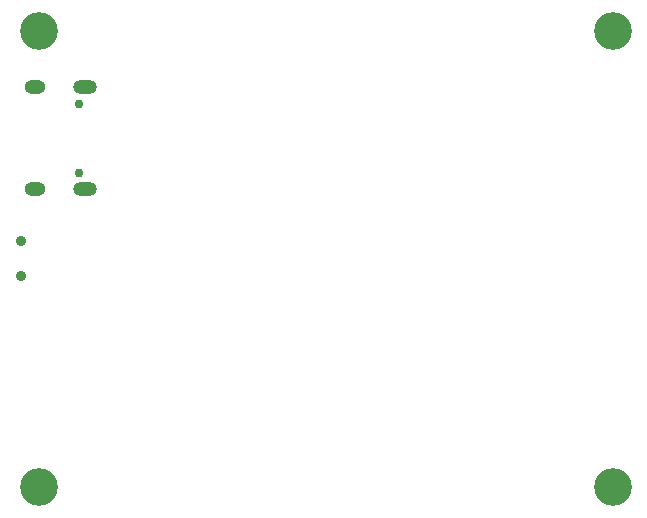
<source format=gbr>
%TF.GenerationSoftware,KiCad,Pcbnew,6.0.11-2627ca5db0~126~ubuntu22.04.1*%
%TF.CreationDate,2023-08-27T22:06:58+02:00*%
%TF.ProjectId,E73-2G4M08S1C-52840,4537332d-3247-4344-9d30-385331432d35,rev?*%
%TF.SameCoordinates,Original*%
%TF.FileFunction,Soldermask,Bot*%
%TF.FilePolarity,Negative*%
%FSLAX46Y46*%
G04 Gerber Fmt 4.6, Leading zero omitted, Abs format (unit mm)*
G04 Created by KiCad (PCBNEW 6.0.11-2627ca5db0~126~ubuntu22.04.1) date 2023-08-27 22:06:58*
%MOMM*%
%LPD*%
G01*
G04 APERTURE LIST*
%ADD10C,0.900000*%
%ADD11C,0.750000*%
%ADD12O,2.000000X1.200000*%
%ADD13O,1.800000X1.200000*%
%ADD14C,3.200000*%
G04 APERTURE END LIST*
D10*
%TO.C,SW3*%
X1647500Y-20965000D03*
X1647500Y-23965000D03*
%TD*%
D11*
%TO.C,USBC1*%
X6562500Y-15200000D03*
X6562500Y-9400000D03*
D12*
X7062500Y-7970000D03*
X7062500Y-16630000D03*
D13*
X2882500Y-16630000D03*
X2882500Y-7970000D03*
%TD*%
D14*
%TO.C,H1*%
X3200000Y-3200000D03*
%TD*%
%TO.C,H4*%
X3200000Y-41800000D03*
%TD*%
%TO.C,H2*%
X51800000Y-3200000D03*
%TD*%
%TO.C,H3*%
X51800000Y-41800000D03*
%TD*%
M02*

</source>
